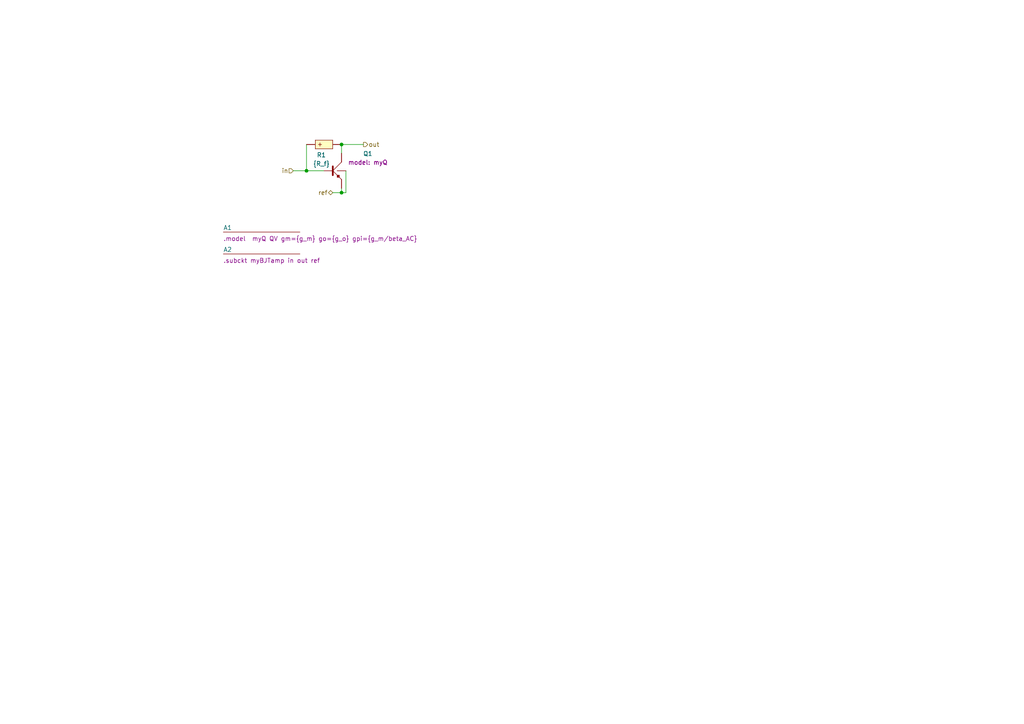
<source format=kicad_sch>
(kicad_sch (version 20250114) (generator "eeschema") (generator_version "9.0")
  (paper "A4")
  (lib_symbols
    (symbol "SLiCAP:Command" (pin_numbers (hide yes)) (pin_names (offset 0) (hide yes))
      (property "Reference" "A?" (at 0 1.27 0))
      (property "command" "?" (at 0 -1.905 0))
      (symbol "Command_0_1"
        (polyline (pts (xy 0 0) (xy 22.225 0)))
      )
    )
    (symbol "SLiCAP:Q" (pin_numbers (hide yes)) (pin_names (offset 0) (hide yes))
      (property "Reference" "Q?" (at 0.635 1.905 0))
      (property "model" "Q" (at 0.635 -1.905 0) (show_name))
      (symbol "Q_0_1"
        (polyline (pts (xy -1.27 -1.27) (xy -1.27 -1.27) (xy -1.27 -1.905) (xy -0.635 -1.905) (xy -0.635 -1.27) (xy -0.635 -1.27) (xy -1.27 -1.27)) (fill (type outline)))
      )
      (symbol "Q_1_0"
        (pin unspecified line (at -5.08 0 0) (length 2.54) (name "B") (number "2"))
        (pin unspecified line (at 0 5.08 270) (length 2.54) (name "C") (number "1"))
        (pin unspecified line (at 0 -5.08 90) (length 2.54) (name "E") (number "3"))
        (pin unspecified line (at 1.27 0 180) (length 2.54) (name "S") (number "4"))
      )
      (symbol "Q_1_1"
        (polyline (pts (xy -2.54 -1.27) (xy -2.54 1.27)) (stroke (width 0.5)))
        (polyline (pts (xy 0 2.54) (xy -2.54 0) (xy -2.54 0)))
        (polyline (pts (xy 0 -2.54) (xy -2.54 0)))
      )
    )
    (symbol "SLiCAP:R" (pin_numbers (hide yes)) (pin_names (offset 1.016) (hide yes))
      (property "Reference" "R?" (at 1.905 3.81 0))
      (property "Value" "?" (at 1.905 1.905 0) (show_name))
      (property "noisetemp" "0" (at 1.905 0 0) (show_name))
      (property "noiseflow" "0" (at 15.24 0 0) (show_name))
      (property "dcvar" "0" (at 1.905 -1.905 0) (show_name))
      (property "dcvarlot" "0" (at 15.24 -1.905 0) (show_name))
      (symbol "R_0_0"
        (text "+" (at 0 1.27 0) (effects (font (size 1.27 1.27))))
      )
      (symbol "R_1_0"
        (pin passive line (at 0 5.08 270) (length 2.54) (name "1") (number "1"))
        (pin passive line (at 0 -5.08 90) (length 2.54) (name "2") (number "2"))
      )
      (symbol "R_1_1"
        (rectangle (start -1.27 2.54) (end 1.27 -2.54) (fill (type background)))
      )
    )
  )
  (junction (at 99.06 55.88))
  (junction (at 99.06 41.91))
  (junction (at 88.9 49.53))
  (wire (pts (xy 99.06 54.61) (xy 99.06 55.88)))
  (wire (pts (xy 100.33 49.53) (xy 100.33 55.88)))
  (wire (pts (xy 99.06 41.91) (xy 105.41 41.91)))
  (wire (pts (xy 99.06 55.88) (xy 100.33 55.88)))
  (wire (pts (xy 96.52 55.88) (xy 99.06 55.88)))
  (wire (pts (xy 85.09 49.53) (xy 88.9 49.53)))
  (wire (pts (xy 99.06 41.91) (xy 99.06 44.45)))
  (wire (pts (xy 88.9 49.53) (xy 93.98 49.53)))
  (wire (pts (xy 88.9 41.91) (xy 88.9 49.53)))
  (hierarchical_label "out" (shape output) (at 105.41 41.91 0))
  (hierarchical_label "ref" (shape bidirectional) (at 96.52 55.88 180))
  (hierarchical_label "in" (shape input) (at 85.09 49.53 180))
  (symbol (lib_id "SLiCAP:Command") (at 64.77 73.66 0) (unit 1)
    (property "Reference" "A2" (at 64.77 72.39 0) (effects (justify left)))
    (property "Description" "SLiCAP command (.lib, .param, .model. subckt}" (effects (hide yes)))
    (property "command" ".subckt myBJTamp in out ref" (at 64.77 75.565 0) (effects (justify left)))
  )
  (symbol (lib_id "SLiCAP:Q") (at 99.06 49.53 0) (unit 1)
    (property "Reference" "Q1" (at 106.68 44.5768 0))
    (property "Description" "Vertical or lateral Bipolar Junction Transistor (NPN or PNP, small-signal model)" (effects (hide yes)))
    (property "model" "myQ" (at 106.68 47.1168 0) (show_name yes))
  )
  (symbol (lib_id "SLiCAP:R") (at 93.98 41.91 90) (unit 1)
    (property "Reference" "R1" (at 93.218 44.958 90))
    (property "Value" "{R_f}" (at 93.218 47.498 90))
    (property "Description" "Resistor (cannot have zero resistance)" (effects (hide yes)))
    (property "model" "R" (effects (hide yes)))
    (property "noisetemp" "0" (effects (hide yes)))
    (property "noiseflow" "0" (effects (hide yes)))
    (property "dcvar" "0" (effects (hide yes)))
    (property "dcvarlot" "0" (effects (hide yes)))
  )
  (symbol (lib_id "SLiCAP:Command") (at 64.77 67.31 0) (unit 1)
    (property "Reference" "A1" (at 64.77 66.04 0) (effects (justify left)))
    (property "Description" "SLiCAP command (.lib, .param, .model. subckt}" (effects (hide yes)))
    (property "command" ".model  myQ QV gm={g_m} go={g_o} gpi={g_m/beta_AC}" (at 64.77 69.215 0) (effects (justify left)))
  )
)
</source>
